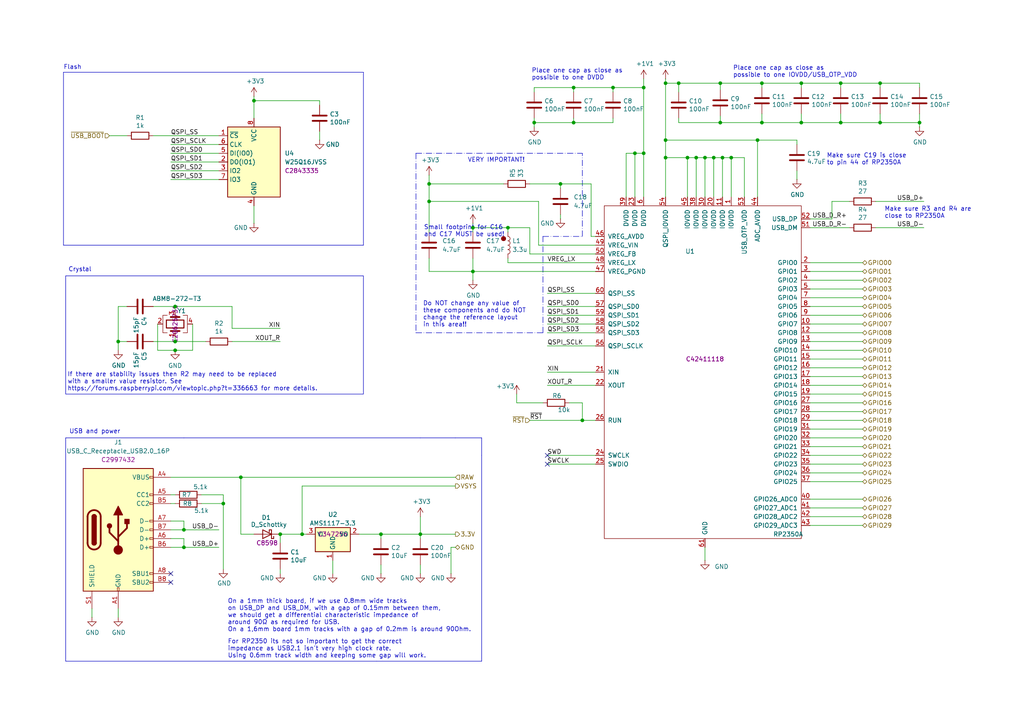
<source format=kicad_sch>
(kicad_sch (version 20250114) (generator "eeschema") (generator_version "9.0")
  (paper "A4")
  (title_block (title "RP2350A Template") (date "2025-10-10") (rev "REV0") (company "MobiFlight"))
  (lib_symbols
    (symbol "Device:C" (pin_numbers (hide yes)) (pin_names (offset 0.254))
      (property "Reference" "C" (at 0.635 2.54 0))
      (property "Value" "C" (at 0.635 -2.54 0))
      (symbol "C_0_1"
        (polyline (pts (xy -2.032 0.762) (xy 2.032 0.762)) (stroke (width 0.508)))
        (polyline (pts (xy -2.032 -0.762) (xy 2.032 -0.762)) (stroke (width 0.508)))
      )
      (symbol "C_1_1"
        (pin passive line (at 0 3.81 270) (length 2.794) (name "~") (number "1"))
        (pin passive line (at 0 -3.81 90) (length 2.794) (name "~") (number "2"))
      )
    )
    (symbol "Device:D_Schottky" (pin_numbers (hide yes)) (pin_names (offset 1.016) (hide yes))
      (property "Reference" "D" (at 0 2.54 0))
      (property "Value" "D_Schottky" (at 0 -2.54 0))
      (symbol "D_Schottky_0_1"
        (polyline (pts (xy -1.905 0.635) (xy -1.905 1.27) (xy -1.27 1.27) (xy -1.27 -1.27) (xy -0.635 -1.27) (xy -0.635 -0.635)) (stroke (width 0.254)))
        (polyline (pts (xy 1.27 1.27) (xy 1.27 -1.27) (xy -1.27 0) (xy 1.27 1.27)) (stroke (width 0.254)))
        (polyline (pts (xy 1.27 0) (xy -1.27 0)))
      )
      (symbol "D_Schottky_1_1"
        (pin passive line (at -3.81 0 0) (length 2.54) (name "K") (number "1"))
        (pin passive line (at 3.81 0 180) (length 2.54) (name "A") (number "2"))
      )
    )
    (symbol "Device:L" (pin_numbers (hide yes)) (pin_names (offset 1.016) (hide yes))
      (property "Reference" "L" (at -1.27 0 90))
      (property "Value" "L" (at 1.905 0 90))
      (symbol "L_0_1"
        (arc (start 0 2.54) (mid 0.6323 1.905) (end 0 1.27))
        (arc (start 0 1.27) (mid 0.6323 0.635) (end 0 0))
        (arc (start 0 0) (mid 0.6323 -0.635) (end 0 -1.27))
        (arc (start 0 -1.27) (mid 0.6323 -1.905) (end 0 -2.54))
      )
      (symbol "L_1_1"
        (pin passive line (at 0 3.81 270) (length 1.27) (name "1") (number "1"))
        (pin passive line (at 0 -3.81 90) (length 1.27) (name "2") (number "2"))
      )
    )
    (symbol "Device:R" (pin_numbers (hide yes)) (pin_names (offset 0))
      (property "Reference" "R" (at 2.032 0 90))
      (property "Value" "R" (at 0 0 90))
      (symbol "R_0_1"
        (rectangle (start -1.016 -2.54) (end 1.016 2.54) (stroke (width 0.254)))
      )
      (symbol "R_1_1"
        (pin passive line (at 0 3.81 270) (length 1.27) (name "~") (number "1"))
        (pin passive line (at 0 -3.81 90) (length 1.27) (name "~") (number "2"))
      )
    )
    (symbol "MobiFlight:AMS1117-3.3 SOT-89"
      (property "Reference" "U" (at -3.81 3.175 0))
      (property "Value" "AMS1117-3.3 SOT-89" (at 0 3.175 0))
      (property "LCSC" "C347256" (at 0 0 0))
      (symbol "AMS1117-3.3 SOT-89_0_1"
        (rectangle (start -5.08 -5.08) (end 5.08 1.905) (stroke (width 0.254)) (fill (type background)))
      )
      (symbol "AMS1117-3.3 SOT-89_1_1"
        (pin power_in line (at -7.62 0 0) (length 2.54) (name "VI") (number "3"))
        (pin power_in line (at 0 -7.62 90) (length 2.54) (name "GND") (number "1"))
        (pin power_out line (at 7.62 0 180) (length 2.54) (name "VO") (number "2"))
      )
    )
    (symbol "MobiFlight:Crystal_GND24" (pin_names (offset 1.016) (hide yes))
      (property "Reference" "Y" (at 3.175 5.08 0))
      (property "Value" "ABM8-272-T3" (at 3.175 3.175 0))
      (property "LCSC" "C20625731" (at 0 0 0))
      (symbol "Crystal_GND24_0_1"
        (polyline (pts (xy -2.54 2.286) (xy -2.54 3.556) (xy 2.54 3.556) (xy 2.54 2.286)))
        (polyline (pts (xy -2.54 0) (xy -2.032 0)))
        (polyline (pts (xy -2.54 -2.286) (xy -2.54 -3.556) (xy 2.54 -3.556) (xy 2.54 -2.286)))
        (polyline (pts (xy -2.032 -1.27) (xy -2.032 1.27)) (stroke (width 0.508)))
        (rectangle (start -1.143 2.54) (end 1.143 -2.54) (stroke (width 0.3048)))
        (polyline (pts (xy 0 3.556) (xy 0 3.81)))
        (polyline (pts (xy 0 -3.81) (xy 0 -3.556)))
        (polyline (pts (xy 2.032 0) (xy 2.54 0)))
        (polyline (pts (xy 2.032 -1.27) (xy 2.032 1.27)) (stroke (width 0.508)))
      )
      (symbol "Crystal_GND24_1_1"
        (pin passive line (at -3.81 0 0) (length 1.27) (name "1") (number "1"))
        (pin passive line (at 0 5.08 270) (length 1.27) (name "2") (number "2"))
        (pin passive line (at 0 -5.08 90) (length 1.27) (name "4") (number "4"))
        (pin passive line (at 3.81 0 180) (length 1.27) (name "3") (number "3"))
      )
    )
    (symbol "MobiFlight:RP2350A-QFN60" (pin_names (offset 1.016))
      (property "Reference" "U" (at 0 -1.27 0))
      (property "Value" "RP2350A-QFN60" (at 0 1.27 0))
      (property "LCSC" "C42411118" (at 0 0 0))
      (symbol "RP2350A-QFN60_0_1"
        (rectangle (start -29.21 44.45) (end 27.94 -52.07))
      )
      (symbol "RP2350A-QFN60_1_0"
        (pin passive line (at 0 -54.61 90) (length 2.54) (name "GND") (number "61"))
      )
      (symbol "RP2350A-QFN60_1_1"
        (pin power_in line (at -31.75 35.56 0) (length 2.54) (name "VREG_AVDD") (number "46"))
        (pin power_in line (at -31.75 33.02 0) (length 2.54) (name "VREG_VIN") (number "49"))
        (pin power_in line (at -31.75 30.48 0) (length 2.54) (name "VREG_FB") (number "50"))
        (pin power_out line (at -31.75 27.94 0) (length 2.54) (name "VREG_LX") (number "48"))
        (pin input line (at -31.75 25.4 0) (length 2.54) (name "VREG_PGND") (number "47"))
        (pin bidirectional line (at -31.75 19.05 0) (length 2.54) (name "QSPI_SS") (number "60"))
        (pin bidirectional line (at -31.75 15.24 0) (length 2.54) (name "QSPI_SD0") (number "57"))
        (pin bidirectional line (at -31.75 12.7 0) (length 2.54) (name "QSPI_SD1") (number "59"))
        (pin bidirectional line (at -31.75 10.16 0) (length 2.54) (name "QSPI_SD2") (number "58"))
        (pin bidirectional line (at -31.75 7.62 0) (length 2.54) (name "QSPI_SD3") (number "55"))
        (pin bidirectional line (at -31.75 3.81 0) (length 2.54) (name "QSPI_SCLK") (number "56"))
        (pin input line (at -31.75 -3.81 0) (length 2.54) (name "XIN") (number "21"))
        (pin output line (at -31.75 -7.62 0) (length 2.54) (name "XOUT") (number "22"))
        (pin input line (at -31.75 -17.78 0) (length 2.54) (name "RUN") (number "26"))
        (pin input line (at -31.75 -27.94 0) (length 2.54) (name "SWCLK") (number "24"))
        (pin bidirectional line (at -31.75 -30.48 0) (length 2.54) (name "SWDIO") (number "25"))
        (pin power_in line (at -22.86 46.99 270) (length 2.54) (name "DVDD") (number "39"))
        (pin power_in line (at -20.32 46.99 270) (length 2.54) (name "DVDD") (number "23"))
        (pin power_in line (at -17.78 46.99 270) (length 2.54) (name "DVDD") (number "6"))
        (pin power_in line (at -11.43 46.99 270) (length 2.54) (name "QSPI_IOVDD") (number "54"))
        (pin power_in line (at -5.08 46.99 270) (length 2.54) (name "IOVDD") (number "45"))
        (pin power_in line (at -2.54 46.99 270) (length 2.54) (name "IOVDD") (number "38"))
        (pin power_in line (at 0 46.99 270) (length 2.54) (name "IOVDD") (number "30"))
        (pin power_in line (at 2.54 46.99 270) (length 2.54) (name "IOVDD") (number "20"))
        (pin power_in line (at 5.08 46.99 270) (length 2.54) (name "IOVDD") (number "11"))
        (pin power_in line (at 7.62 46.99 270) (length 2.54) (name "IOVDD") (number "1"))
        (pin power_in line (at 11.43 46.99 270) (length 2.54) (name "USB_OTP_VDD") (number "53"))
        (pin power_in line (at 15.24 46.99 270) (length 2.54) (name "ADC_AVDD") (number "44"))
        (pin bidirectional line (at 30.48 40.64 180) (length 2.54) (name "USB_DP") (number "52"))
        (pin bidirectional line (at 30.48 38.1 180) (length 2.54) (name "USB_DM") (number "51"))
        (pin bidirectional line (at 30.48 27.94 180) (length 2.54) (name "GPIO0") (number "2"))
        (pin bidirectional line (at 30.48 25.4 180) (length 2.54) (name "GPIO1") (number "3"))
        (pin bidirectional line (at 30.48 22.86 180) (length 2.54) (name "GPIO2") (number "4"))
        (pin bidirectional line (at 30.48 20.32 180) (length 2.54) (name "GPIO3") (number "5"))
        (pin bidirectional line (at 30.48 17.78 180) (length 2.54) (name "GPIO4") (number "7"))
        (pin bidirectional line (at 30.48 15.24 180) (length 2.54) (name "GPIO5") (number "8"))
        (pin bidirectional line (at 30.48 12.7 180) (length 2.54) (name "GPIO6") (number "9"))
        (pin bidirectional line (at 30.48 10.16 180) (length 2.54) (name "GPIO7") (number "10"))
        (pin bidirectional line (at 30.48 7.62 180) (length 2.54) (name "GPIO8") (number "12"))
        (pin bidirectional line (at 30.48 5.08 180) (length 2.54) (name "GPIO9") (number "13"))
        (pin bidirectional line (at 30.48 2.54 180) (length 2.54) (name "GPIO10") (number "14"))
        (pin bidirectional line (at 30.48 0 180) (length 2.54) (name "GPIO11") (number "15"))
        (pin bidirectional line (at 30.48 -2.54 180) (length 2.54) (name "GPIO12") (number "16"))
        (pin bidirectional line (at 30.48 -5.08 180) (length 2.54) (name "GPIO13") (number "17"))
        (pin bidirectional line (at 30.48 -7.62 180) (length 2.54) (name "GPIO14") (number "18"))
        (pin bidirectional line (at 30.48 -10.16 180) (length 2.54) (name "GPIO15") (number "19"))
        (pin bidirectional line (at 30.48 -12.7 180) (length 2.54) (name "GPIO16") (number "27"))
        (pin bidirectional line (at 30.48 -15.24 180) (length 2.54) (name "GPIO17") (number "28"))
        (pin bidirectional line (at 30.48 -17.78 180) (length 2.54) (name "GPIO18") (number "29"))
        (pin bidirectional line (at 30.48 -20.32 180) (length 2.54) (name "GPIO19") (number "31"))
        (pin bidirectional line (at 30.48 -22.86 180) (length 2.54) (name "GPIO20") (number "32"))
        (pin bidirectional line (at 30.48 -25.4 180) (length 2.54) (name "GPIO21") (number "33"))
        (pin bidirectional line (at 30.48 -27.94 180) (length 2.54) (name "GPIO22") (number "34"))
        (pin bidirectional line (at 30.48 -30.48 180) (length 2.54) (name "GPIO23") (number "35"))
        (pin bidirectional line (at 30.48 -33.02 180) (length 2.54) (name "GPIO24") (number "36"))
        (pin bidirectional line (at 30.48 -35.56 180) (length 2.54) (name "GPIO25") (number "37"))
        (pin bidirectional line (at 30.48 -40.64 180) (length 2.54) (name "GPIO26_ADC0") (number "40"))
        (pin bidirectional line (at 30.48 -43.18 180) (length 2.54) (name "GPIO27_ADC1") (number "41"))
        (pin bidirectional line (at 30.48 -45.72 180) (length 2.54) (name "GPIO28_ADC2") (number "42"))
        (pin bidirectional line (at 30.48 -48.26 180) (length 2.54) (name "GPIO29_ADC3") (number "43"))
      )
    )
    (symbol "MobiFlight:USB_C_Receptacle_USB2.0_16P" (pin_names (offset 1.016))
      (property "Reference" "J" (at 0 22.225 0))
      (property "Value" "USB_C_Receptacle_USB2.0_16P" (at 0 19.685 0))
      (property "LCSC" "C2997432" (at 0 0 0))
      (symbol "USB_C_Receptacle_USB2.0_16P_0_0"
        (rectangle (start -0.254 -17.78) (end 0.254 -16.764))
        (rectangle (start 10.16 15.494) (end 9.144 14.986))
        (rectangle (start 10.16 10.414) (end 9.144 9.906))
        (rectangle (start 10.16 7.874) (end 9.144 7.366))
        (rectangle (start 10.16 2.794) (end 9.144 2.286))
        (rectangle (start 10.16 0.254) (end 9.144 -0.254))
        (rectangle (start 10.16 -2.286) (end 9.144 -2.794))
        (rectangle (start 10.16 -4.826) (end 9.144 -5.334))
        (rectangle (start 10.16 -12.446) (end 9.144 -12.954))
        (rectangle (start 10.16 -14.986) (end 9.144 -15.494))
      )
      (symbol "USB_C_Receptacle_USB2.0_16P_0_1"
        (rectangle (start -10.16 17.78) (end 10.16 -17.78) (stroke (width 0.254)) (fill (type background)))
        (polyline (pts (xy -8.89 -3.81) (xy -8.89 3.81)) (stroke (width 0.508)))
        (rectangle (start -7.62 -3.81) (end -6.35 3.81) (stroke (width 0.254)) (fill (type outline)))
        (arc (start -7.62 3.81) (mid -6.985 4.4423) (end -6.35 3.81) (stroke (width 0.254)))
        (arc (start -7.62 3.81) (mid -6.985 4.4423) (end -6.35 3.81) (stroke (width 0.254)) (fill (type outline)))
        (arc (start -8.89 3.81) (mid -6.985 5.7067) (end -5.08 3.81) (stroke (width 0.508)))
        (arc (start -5.08 -3.81) (mid -6.985 -5.7067) (end -8.89 -3.81) (stroke (width 0.508)))
        (arc (start -6.35 -3.81) (mid -6.985 -4.4423) (end -7.62 -3.81) (stroke (width 0.254)))
        (arc (start -6.35 -3.81) (mid -6.985 -4.4423) (end -7.62 -3.81) (stroke (width 0.254)) (fill (type outline)))
        (polyline (pts (xy -5.08 3.81) (xy -5.08 -3.81)) (stroke (width 0.508)))
        (circle (center -2.54 1.143) (radius 0.635) (stroke (width 0.254)) (fill (type outline)))
        (polyline (pts (xy -1.27 4.318) (xy 0 6.858) (xy 1.27 4.318) (xy -1.27 4.318)) (stroke (width 0.254)) (fill (type outline)))
        (polyline (pts (xy 0 -2.032) (xy 2.54 0.508) (xy 2.54 1.778)) (stroke (width 0.508)))
        (polyline (pts (xy 0 -3.302) (xy -2.54 -0.762) (xy -2.54 0.508)) (stroke (width 0.508)))
        (polyline (pts (xy 0 -5.842) (xy 0 4.318)) (stroke (width 0.508)))
        (circle (center 0 -5.842) (radius 1.27) (fill (type outline)))
        (rectangle (start 1.905 1.778) (end 3.175 3.048) (stroke (width 0.254)) (fill (type outline)))
      )
      (symbol "USB_C_Receptacle_USB2.0_16P_1_1"
        (pin passive line (at -7.62 -22.86 90) (length 5.08) (name "SHIELD") (number "S1"))
        (pin passive line (at 0 -22.86 90) (length 5.08) (name "GND") (number "A1"))
        (pin passive line (at 0 -22.86 90) (length 5.08) (hide yes) (name "GND") (number "A12"))
        (pin passive line (at 0 -22.86 90) (length 5.08) (hide yes) (name "GND") (number "B1"))
        (pin passive line (at 0 -22.86 90) (length 5.08) (hide yes) (name "GND") (number "B12"))
        (pin passive line (at 15.24 15.24 180) (length 5.08) (name "VBUS") (number "A4"))
        (pin passive line (at 15.24 15.24 180) (length 5.08) (hide yes) (name "VBUS") (number "A9"))
        (pin passive line (at 15.24 15.24 180) (length 5.08) (hide yes) (name "VBUS") (number "B4"))
        (pin passive line (at 15.24 15.24 180) (length 5.08) (hide yes) (name "VBUS") (number "B9"))
        (pin bidirectional line (at 15.24 10.16 180) (length 5.08) (name "CC1") (number "A5"))
        (pin bidirectional line (at 15.24 7.62 180) (length 5.08) (name "CC2") (number "B5"))
        (pin bidirectional line (at 15.24 2.54 180) (length 5.08) (name "D-") (number "A7"))
        (pin bidirectional line (at 15.24 0 180) (length 5.08) (name "D-") (number "B7"))
        (pin bidirectional line (at 15.24 -2.54 180) (length 5.08) (name "D+") (number "A6"))
        (pin bidirectional line (at 15.24 -5.08 180) (length 5.08) (name "D+") (number "B6"))
        (pin bidirectional line (at 15.24 -12.7 180) (length 5.08) (name "SBU1") (number "A8"))
        (pin bidirectional line (at 15.24 -15.24 180) (length 5.08) (name "SBU2") (number "B8"))
      )
    )
    (symbol "MobiFlight:W25Q16JVSS"
      (property "Reference" "U" (at -6.35 11.43 0))
      (property "Value" "W25Q16JVSS" (at 7.62 11.43 0))
      (property "LCSC" "C2843335" (at 0 0 0))
      (symbol "W25Q16JVSS_0_1"
        (rectangle (start -7.62 10.16) (end 7.62 -10.16) (stroke (width 0.254)) (fill (type background)))
      )
      (symbol "W25Q16JVSS_1_1"
        (pin input line (at -10.16 7.62 0) (length 2.54) (name "~{CS}") (number "1"))
        (pin input line (at -10.16 5.08 0) (length 2.54) (name "CLK") (number "6"))
        (pin bidirectional line (at -10.16 2.54 0) (length 2.54) (name "DI(IO0)") (number "5"))
        (pin bidirectional line (at -10.16 0 0) (length 2.54) (name "DO(IO1)") (number "2"))
        (pin bidirectional line (at -10.16 -2.54 0) (length 2.54) (name "IO2") (number "3"))
        (pin bidirectional line (at -10.16 -5.08 0) (length 2.54) (name "IO3") (number "7"))
        (pin power_in line (at 0 12.7 270) (length 2.54) (name "VCC") (number "8"))
        (pin power_in line (at 0 -12.7 90) (length 2.54) (name "GND") (number "4"))
      )
    )
    (symbol "power:+1V1" (power) (pin_numbers (hide yes)) (pin_names (offset 0) (hide yes))
      (property "Value" "+1V1" (at 0 3.556 0))
      (symbol "+1V1_0_1"
        (polyline (pts (xy -0.762 1.27) (xy 0 2.54)))
        (polyline (pts (xy 0 2.54) (xy 0.762 1.27)))
        (polyline (pts (xy 0 0) (xy 0 2.54)))
      )
      (symbol "+1V1_1_1"
        (pin power_in line (at 0 0 90) (length 0) (name "~") (number "1"))
      )
    )
    (symbol "power:+3V3" (power) (pin_numbers (hide yes)) (pin_names (offset 0) (hide yes))
      (property "Value" "+3V3" (at 0 3.556 0))
      (symbol "+3V3_0_1"
        (polyline (pts (xy -0.762 1.27) (xy 0 2.54)))
        (polyline (pts (xy 0 2.54) (xy 0.762 1.27)))
        (polyline (pts (xy 0 0) (xy 0 2.54)))
      )
      (symbol "+3V3_1_1"
        (pin power_in line (at 0 0 90) (length 0) (name "~") (number "1"))
      )
    )
    (symbol "power:GND" (power) (pin_numbers (hide yes)) (pin_names (offset 0) (hide yes))
      (property "Value" "GND" (at 0 -3.81 0))
      (symbol "GND_0_1"
        (polyline (pts (xy 0 0) (xy 0 -1.27) (xy 1.27 -1.27) (xy 0 -2.54) (xy -1.27 -1.27) (xy 0 -1.27)))
      )
      (symbol "GND_1_1"
        (pin power_in line (at 0 0 270) (length 0) (name "~") (number "1"))
      )
    )
  )
  (circle (center 146.05 69.215) (radius 0.635) (stroke (width 0) (color 132 0 0 1)) (fill (type color) (color 132 0 0 1)))
  (rectangle (start 19.05 80.01) (end 105.41 114.3))
  (text "USB and power" (at 20.066 125.984 0) (effects (font (size 1.27 1.27)) (justify left bottom)))
  (text "Small footprint for C16\nand C17 MUST be used!" (at 122.936 68.834 0) (effects (font (size 1.27 1.27)) (justify left bottom)))
  (text "If there are stability issues then R2 may need to be replaced\nwith a smaller value resistor. See \nhttps://forums.raspberrypi.com/viewtopic.php?t=336663 for more details." (at 19.558 113.538 0) (effects (font (size 1.27 1.27)) (justify left bottom)))
  (text "Make sure R3 and R4 are\nclose to RP2350A" (at 256.54 63.5 0) (effects (font (size 1.27 1.27)) (justify left bottom)))
  (text "Crystal" (at 19.812 78.994 0) (effects (font (size 1.27 1.27)) (justify left bottom)))
  (text "Make sure C19 is close\nto pin 44 of RP2350A" (at 239.776 48.006 0) (effects (font (size 1.27 1.27)) (justify left bottom)))
  (text "On a 1mm thick board, if we use 0.8mm wide tracks\non USB_DP and USB_DM, with a gap of 0.15mm between them,\nwe should get a differential characteristic impedance of\naround 90Ω as required for USB.\nOn a 1,6mm board 1mm tracks with a gap of 0.2mm is around 90Ohm." (at 66.04 178.562 0) (effects (font (size 1.27 1.27)) (justify left)))
  (text "Place one cap as close as\npossible to one IOVDD/USB_OTP_VDD" (at 212.598 22.606 0) (effects (font (size 1.27 1.27)) (justify left bottom)))
  (text "For RP2350 its not so important to get the correct\nimpedance as USB2.1 isn't very high clock rate.\nUsing 0.6mm track width and keeping some gap will work." (at 66.04 188.214 0) (effects (font (size 1.27 1.27)) (justify left)))
  (text "VERY IMPORTANT!" (at 135.636 47.244 0) (effects (font (size 1.27 1.27)) (justify left bottom)))
  (text "Flash" (at 18.415 20.32 0) (effects (font (size 1.27 1.27)) (justify left bottom)))
  (text "Place one cap as close as\npossible to one DVDD" (at 154.178 23.368 0) (effects (font (size 1.27 1.27)) (justify left bottom)))
  (text "Do NOT change any value of\nthese components and do NOT\nchange the reference layout\nin this area!!" (at 122.682 94.996 0) (effects (font (size 1.27 1.27)) (justify left bottom)))
  (junction (at 137.16 66.04))
  (junction (at 124.46 58.42))
  (junction (at 232.41 35.56))
  (junction (at 121.92 154.94))
  (junction (at 110.49 154.94))
  (junction (at 69.85 138.43))
  (junction (at 186.69 44.45))
  (junction (at 50.8 88.9))
  (junction (at 243.84 24.13))
  (junction (at 166.37 35.56))
  (junction (at 53.34 153.67))
  (junction (at 255.27 35.56))
  (junction (at 50.8 99.06))
  (junction (at 266.7 35.56))
  (junction (at 177.8 25.4))
  (junction (at 154.94 35.56))
  (junction (at 162.56 53.34))
  (junction (at 186.69 25.4))
  (junction (at 81.28 154.94))
  (junction (at 64.77 146.05))
  (junction (at 243.84 35.56))
  (junction (at 255.27 24.13))
  (junction (at 87.63 154.94))
  (junction (at 193.04 24.13))
  (junction (at 50.8 101.6))
  (junction (at 137.16 78.74))
  (junction (at 208.915 24.13))
  (junction (at 220.98 24.13))
  (junction (at 232.41 24.13))
  (junction (at 168.91 121.92))
  (junction (at 220.98 35.56))
  (junction (at 219.71 40.64))
  (junction (at 193.04 45.72))
  (junction (at 184.15 44.45))
  (junction (at 196.85 24.13))
  (junction (at 212.09 45.72))
  (junction (at 209.55 45.72))
  (junction (at 73.66 29.21))
  (junction (at 207.01 45.72))
  (junction (at 124.46 53.34))
  (junction (at 53.34 158.75))
  (junction (at 34.29 99.06))
  (junction (at 147.32 66.04))
  (junction (at 193.04 40.64))
  (junction (at 166.37 25.4))
  (junction (at 201.93 45.72))
  (junction (at 199.39 45.72))
  (junction (at 204.47 45.72))
  (junction (at 208.915 35.56))
  (no_connect (at 49.53 168.91))
  (no_connect (at 158.75 134.62))
  (no_connect (at 158.75 132.08))
  (no_connect (at 49.53 166.37))
  (wire (pts (xy 166.37 26.67) (xy 166.37 25.4)))
  (wire (pts (xy 234.95 109.22) (xy 250.19 109.22)))
  (wire (pts (xy 158.75 132.08) (xy 172.72 132.08)))
  (wire (pts (xy 241.3 58.42) (xy 246.38 58.42)))
  (wire (pts (xy 49.53 52.07) (xy 63.5 52.07)))
  (wire (pts (xy 124.46 53.34) (xy 124.46 58.42)))
  (wire (pts (xy 154.94 35.56) (xy 154.94 36.83)))
  (wire (pts (xy 266.7 35.56) (xy 266.7 36.83)))
  (wire (pts (xy 67.31 95.25) (xy 67.31 88.9)))
  (wire (pts (xy 204.47 45.72) (xy 207.01 45.72)))
  (wire (pts (xy 166.37 35.56) (xy 166.37 34.29)))
  (wire (pts (xy 254 66.04) (xy 267.97 66.04)))
  (wire (pts (xy 234.95 121.92) (xy 250.19 121.92)))
  (wire (pts (xy 255.27 24.13) (xy 266.7 24.13)))
  (wire (pts (xy 69.85 154.94) (xy 73.66 154.94)))
  (wire (pts (xy 171.45 53.34) (xy 171.45 68.58)))
  (wire (pts (xy 154.94 34.29) (xy 154.94 35.56)))
  (wire (pts (xy 232.41 24.13) (xy 243.84 24.13)))
  (wire (pts (xy 186.69 57.15) (xy 186.69 44.45)))
  (wire (pts (xy 81.28 166.37) (xy 81.28 165.1)))
  (wire (pts (xy 110.49 156.21) (xy 110.49 154.94)))
  (polyline (pts (xy 121.92 127) (xy 132.08 127)))
  (wire (pts (xy 201.93 45.72) (xy 201.93 57.15)))
  (wire (pts (xy 212.09 45.72) (xy 212.09 57.15)))
  (wire (pts (xy 266.7 33.02) (xy 266.7 35.56)))
  (wire (pts (xy 196.85 24.13) (xy 208.915 24.13)))
  (wire (pts (xy 204.47 45.72) (xy 204.47 57.15)))
  (wire (pts (xy 208.915 33.655) (xy 208.915 35.56)))
  (wire (pts (xy 171.45 68.58) (xy 172.72 68.58)))
  (wire (pts (xy 69.85 138.43) (xy 69.85 154.94)))
  (wire (pts (xy 124.46 50.8) (xy 124.46 53.34)))
  (polyline (pts (xy 53.34 127) (xy 121.92 127)))
  (wire (pts (xy 147.32 66.04) (xy 147.32 67.31)))
  (wire (pts (xy 53.34 153.67) (xy 63.5 153.67)))
  (wire (pts (xy 110.49 163.83) (xy 110.49 166.37)))
  (wire (pts (xy 73.66 27.94) (xy 73.66 29.21)))
  (wire (pts (xy 196.85 34.29) (xy 196.85 35.56)))
  (wire (pts (xy 147.32 76.2) (xy 147.32 74.93)))
  (wire (pts (xy 121.92 154.94) (xy 121.92 156.21)))
  (wire (pts (xy 137.16 64.77) (xy 137.16 66.04)))
  (wire (pts (xy 55.88 101.6) (xy 50.8 101.6)))
  (wire (pts (xy 234.95 149.86) (xy 250.19 149.86)))
  (wire (pts (xy 193.04 40.64) (xy 219.71 40.64)))
  (wire (pts (xy 137.16 67.31) (xy 137.16 66.04)))
  (wire (pts (xy 184.15 44.45) (xy 186.69 44.45)))
  (wire (pts (xy 50.8 99.06) (xy 59.69 99.06)))
  (wire (pts (xy 243.84 33.02) (xy 243.84 35.56)))
  (wire (pts (xy 193.04 45.72) (xy 199.39 45.72)))
  (wire (pts (xy 181.61 44.45) (xy 184.15 44.45)))
  (wire (pts (xy 220.98 33.02) (xy 220.98 35.56)))
  (wire (pts (xy 243.84 24.13) (xy 255.27 24.13)))
  (wire (pts (xy 156.21 58.42) (xy 156.21 71.12)))
  (wire (pts (xy 232.41 25.4) (xy 232.41 24.13)))
  (wire (pts (xy 137.16 66.04) (xy 147.32 66.04)))
  (wire (pts (xy 50.8 90.17) (xy 50.8 88.9)))
  (wire (pts (xy 154.94 26.67) (xy 154.94 25.4)))
  (wire (pts (xy 193.04 40.64) (xy 193.04 45.72)))
  (polyline (pts (xy 168.91 68.58) (xy 168.91 44.45)) (stroke (width 0) (type dash_dot)))
  (wire (pts (xy 36.83 99.06) (xy 34.29 99.06)))
  (wire (pts (xy 137.16 74.93) (xy 137.16 78.74)))
  (wire (pts (xy 234.95 91.44) (xy 250.19 91.44)))
  (wire (pts (xy 193.04 57.15) (xy 193.04 45.72)))
  (wire (pts (xy 234.95 104.14) (xy 250.19 104.14)))
  (wire (pts (xy 153.67 73.66) (xy 153.67 66.04)))
  (wire (pts (xy 149.86 116.84) (xy 149.86 114.3)))
  (wire (pts (xy 87.63 140.97) (xy 87.63 154.94)))
  (wire (pts (xy 124.46 58.42) (xy 156.21 58.42)))
  (wire (pts (xy 158.75 93.98) (xy 172.72 93.98)))
  (wire (pts (xy 158.75 111.76) (xy 172.72 111.76)))
  (wire (pts (xy 208.915 26.035) (xy 208.915 24.13)))
  (wire (pts (xy 104.14 154.94) (xy 110.49 154.94)))
  (wire (pts (xy 234.95 124.46) (xy 250.19 124.46)))
  (polyline (pts (xy 139.7 191.77) (xy 139.7 132.08)))
  (wire (pts (xy 34.29 176.53) (xy 34.29 179.07)))
  (polyline (pts (xy 120.65 44.45) (xy 168.91 44.45)) (stroke (width 0) (type dash_dot)))
  (wire (pts (xy 209.55 45.72) (xy 209.55 57.15)))
  (wire (pts (xy 234.95 86.36) (xy 250.19 86.36)))
  (wire (pts (xy 49.53 41.91) (xy 63.5 41.91)))
  (wire (pts (xy 45.72 101.6) (xy 50.8 101.6)))
  (wire (pts (xy 219.71 40.64) (xy 219.71 57.15)))
  (wire (pts (xy 172.72 91.44) (xy 158.75 91.44)))
  (wire (pts (xy 255.27 35.56) (xy 266.7 35.56)))
  (wire (pts (xy 204.47 158.75) (xy 204.47 162.56)))
  (wire (pts (xy 153.67 121.92) (xy 168.91 121.92)))
  (polyline (pts (xy 80.01 20.955) (xy 18.415 20.955)))
  (wire (pts (xy 212.09 45.72) (xy 209.55 45.72)))
  (wire (pts (xy 158.75 134.62) (xy 172.72 134.62)))
  (wire (pts (xy 208.915 35.56) (xy 220.98 35.56)))
  (wire (pts (xy 266.7 25.4) (xy 266.7 24.13)))
  (wire (pts (xy 154.94 25.4) (xy 166.37 25.4)))
  (wire (pts (xy 234.95 129.54) (xy 250.19 129.54)))
  (wire (pts (xy 234.95 106.68) (xy 250.19 106.68)))
  (wire (pts (xy 231.14 40.64) (xy 219.71 40.64)))
  (wire (pts (xy 50.8 88.9) (xy 67.31 88.9)))
  (wire (pts (xy 31.75 39.37) (xy 36.83 39.37)))
  (wire (pts (xy 234.95 147.32) (xy 250.19 147.32)))
  (wire (pts (xy 110.49 154.94) (xy 121.92 154.94)))
  (wire (pts (xy 166.37 25.4) (xy 177.8 25.4)))
  (wire (pts (xy 45.72 93.98) (xy 45.72 101.6)))
  (wire (pts (xy 49.53 143.51) (xy 50.8 143.51)))
  (wire (pts (xy 124.46 58.42) (xy 124.46 67.31)))
  (wire (pts (xy 92.71 29.21) (xy 73.66 29.21)))
  (wire (pts (xy 81.28 154.94) (xy 81.28 157.48)))
  (wire (pts (xy 186.69 25.4) (xy 186.69 44.45)))
  (wire (pts (xy 73.66 29.21) (xy 73.66 34.29)))
  (wire (pts (xy 234.95 78.74) (xy 250.19 78.74)))
  (wire (pts (xy 158.75 96.52) (xy 172.72 96.52)))
  (wire (pts (xy 255.27 25.4) (xy 255.27 24.13)))
  (wire (pts (xy 234.95 114.3) (xy 250.19 114.3)))
  (wire (pts (xy 137.16 78.74) (xy 172.72 78.74)))
  (wire (pts (xy 196.85 35.56) (xy 208.915 35.56)))
  (wire (pts (xy 220.98 25.4) (xy 220.98 24.13)))
  (wire (pts (xy 49.53 156.21) (xy 53.34 156.21)))
  (wire (pts (xy 158.75 88.9) (xy 172.72 88.9)))
  (wire (pts (xy 58.42 143.51) (xy 64.77 143.51)))
  (wire (pts (xy 137.16 78.74) (xy 137.16 81.28)))
  (wire (pts (xy 58.42 146.05) (xy 64.77 146.05)))
  (wire (pts (xy 177.8 35.56) (xy 177.8 34.29)))
  (polyline (pts (xy 19.05 191.77) (xy 109.22 191.77)))
  (wire (pts (xy 168.91 121.92) (xy 172.72 121.92)))
  (wire (pts (xy 234.95 116.84) (xy 250.19 116.84)))
  (wire (pts (xy 81.28 154.94) (xy 87.63 154.94)))
  (wire (pts (xy 73.66 59.69) (xy 73.66 64.77)))
  (wire (pts (xy 193.04 24.13) (xy 193.04 40.64)))
  (wire (pts (xy 121.92 154.94) (xy 132.08 154.94)))
  (polyline (pts (xy 132.08 127) (xy 139.7 127)))
  (wire (pts (xy 44.45 88.9) (xy 50.8 88.9)))
  (wire (pts (xy 53.34 158.75) (xy 63.5 158.75)))
  (wire (pts (xy 215.9 45.72) (xy 215.9 57.15)))
  (wire (pts (xy 220.98 24.13) (xy 232.41 24.13)))
  (wire (pts (xy 234.95 119.38) (xy 250.19 119.38)))
  (wire (pts (xy 49.53 151.13) (xy 53.34 151.13)))
  (wire (pts (xy 49.53 138.43) (xy 69.85 138.43)))
  (wire (pts (xy 234.95 152.4) (xy 250.19 152.4)))
  (wire (pts (xy 121.92 163.83) (xy 121.92 166.37)))
  (polyline (pts (xy 157.48 68.58) (xy 168.91 68.58)) (stroke (width 0) (type dash_dot)))
  (polyline (pts (xy 157.48 96.52) (xy 157.48 68.58)) (stroke (width 0) (type dash_dot)))
  (wire (pts (xy 177.8 25.4) (xy 177.8 26.67)))
  (wire (pts (xy 50.8 97.79) (xy 50.8 99.06)))
  (wire (pts (xy 232.41 35.56) (xy 220.98 35.56)))
  (wire (pts (xy 241.3 58.42) (xy 241.3 63.5)))
  (polyline (pts (xy 53.34 127) (xy 19.05 127)))
  (wire (pts (xy 208.915 24.13) (xy 220.98 24.13)))
  (wire (pts (xy 87.63 154.94) (xy 88.9 154.94)))
  (wire (pts (xy 124.46 53.34) (xy 146.05 53.34)))
  (wire (pts (xy 69.85 138.43) (xy 132.08 138.43)))
  (wire (pts (xy 166.37 35.56) (xy 177.8 35.56)))
  (polyline (pts (xy 109.22 191.77) (xy 139.7 191.77)))
  (wire (pts (xy 130.81 158.75) (xy 130.81 166.37)))
  (wire (pts (xy 234.95 99.06) (xy 250.19 99.06)))
  (wire (pts (xy 147.32 76.2) (xy 172.72 76.2)))
  (wire (pts (xy 92.71 38.1) (xy 92.71 40.64)))
  (wire (pts (xy 199.39 45.72) (xy 199.39 57.15)))
  (wire (pts (xy 193.04 24.13) (xy 196.85 24.13)))
  (wire (pts (xy 232.41 33.02) (xy 232.41 35.56)))
  (wire (pts (xy 234.95 134.62) (xy 250.19 134.62)))
  (wire (pts (xy 64.77 146.05) (xy 64.77 165.1)))
  (polyline (pts (xy 120.65 44.45) (xy 120.65 96.52)) (stroke (width 0) (type dash_dot)))
  (wire (pts (xy 34.29 88.9) (xy 34.29 99.06)))
  (wire (pts (xy 96.52 162.56) (xy 96.52 166.37)))
  (wire (pts (xy 234.95 137.16) (xy 250.19 137.16)))
  (wire (pts (xy 177.8 25.4) (xy 186.69 25.4)))
  (wire (pts (xy 165.1 116.84) (xy 168.91 116.84)))
  (wire (pts (xy 234.95 76.2) (xy 250.19 76.2)))
  (wire (pts (xy 162.56 63.5) (xy 162.56 62.23)))
  (wire (pts (xy 234.95 83.82) (xy 250.19 83.82)))
  (polyline (pts (xy 139.7 127) (xy 139.7 132.08)))
  (wire (pts (xy 162.56 53.34) (xy 171.45 53.34)))
  (polyline (pts (xy 105.41 71.12) (xy 105.41 20.955)))
  (wire (pts (xy 212.09 45.72) (xy 215.9 45.72)))
  (wire (pts (xy 124.46 74.93) (xy 124.46 78.74)))
  (wire (pts (xy 199.39 45.72) (xy 201.93 45.72)))
  (wire (pts (xy 49.53 158.75) (xy 53.34 158.75)))
  (wire (pts (xy 36.83 88.9) (xy 34.29 88.9)))
  (wire (pts (xy 209.55 45.72) (xy 207.01 45.72)))
  (wire (pts (xy 196.85 24.13) (xy 196.85 26.67)))
  (wire (pts (xy 153.67 53.34) (xy 162.56 53.34)))
  (wire (pts (xy 130.81 158.75) (xy 132.08 158.75)))
  (wire (pts (xy 87.63 140.97) (xy 132.08 140.97)))
  (wire (pts (xy 49.53 44.45) (xy 63.5 44.45)))
  (wire (pts (xy 201.93 45.72) (xy 204.47 45.72)))
  (wire (pts (xy 154.94 35.56) (xy 166.37 35.56)))
  (wire (pts (xy 168.91 116.84) (xy 168.91 121.92)))
  (wire (pts (xy 153.67 73.66) (xy 172.72 73.66)))
  (wire (pts (xy 44.45 39.37) (xy 63.5 39.37)))
  (wire (pts (xy 55.88 93.98) (xy 55.88 101.6)))
  (wire (pts (xy 234.95 63.5) (xy 241.3 63.5)))
  (wire (pts (xy 124.46 78.74) (xy 137.16 78.74)))
  (wire (pts (xy 234.95 96.52) (xy 250.19 96.52)))
  (polyline (pts (xy 73.66 20.955) (xy 105.41 20.955)))
  (wire (pts (xy 64.77 143.51) (xy 64.77 146.05)))
  (wire (pts (xy 53.34 156.21) (xy 53.34 158.75)))
  (polyline (pts (xy 18.415 20.955) (xy 18.415 71.12)))
  (wire (pts (xy 172.72 100.33) (xy 158.75 100.33)))
  (wire (pts (xy 234.95 66.04) (xy 246.38 66.04)))
  (wire (pts (xy 49.53 46.99) (xy 63.5 46.99)))
  (wire (pts (xy 234.95 88.9) (xy 250.19 88.9)))
  (wire (pts (xy 234.95 81.28) (xy 250.19 81.28)))
  (wire (pts (xy 255.27 35.56) (xy 243.84 35.56)))
  (polyline (pts (xy 18.415 71.12) (xy 105.41 71.12)))
  (wire (pts (xy 92.71 30.48) (xy 92.71 29.21)))
  (wire (pts (xy 157.48 116.84) (xy 149.86 116.84)))
  (wire (pts (xy 49.53 146.05) (xy 50.8 146.05)))
  (wire (pts (xy 67.31 99.06) (xy 81.28 99.06)))
  (polyline (pts (xy 19.05 127) (xy 19.05 191.77)))
  (wire (pts (xy 34.29 99.06) (xy 34.29 101.6)))
  (wire (pts (xy 184.15 44.45) (xy 184.15 57.15)))
  (wire (pts (xy 26.67 176.53) (xy 26.67 179.07)))
  (wire (pts (xy 158.75 107.95) (xy 172.72 107.95)))
  (wire (pts (xy 234.95 144.78) (xy 250.19 144.78)))
  (wire (pts (xy 207.01 45.72) (xy 207.01 57.15)))
  (wire (pts (xy 121.92 149.86) (xy 121.92 154.94)))
  (wire (pts (xy 234.95 132.08) (xy 250.19 132.08)))
  (wire (pts (xy 53.34 153.67) (xy 49.53 153.67)))
  (wire (pts (xy 234.95 111.76) (xy 250.19 111.76)))
  (wire (pts (xy 231.14 49.53) (xy 231.14 52.07)))
  (wire (pts (xy 186.69 22.86) (xy 186.69 25.4)))
  (wire (pts (xy 162.56 53.34) (xy 162.56 54.61)))
  (wire (pts (xy 254 58.42) (xy 267.97 58.42)))
  (wire (pts (xy 172.72 85.09) (xy 158.75 85.09)))
  (wire (pts (xy 44.45 99.06) (xy 50.8 99.06)))
  (wire (pts (xy 234.95 101.6) (xy 250.19 101.6)))
  (wire (pts (xy 234.95 139.7) (xy 250.19 139.7)))
  (wire (pts (xy 53.34 151.13) (xy 53.34 153.67)))
  (wire (pts (xy 255.27 33.02) (xy 255.27 35.56)))
  (wire (pts (xy 234.95 127) (xy 250.19 127)))
  (wire (pts (xy 156.21 71.12) (xy 172.72 71.12)))
  (wire (pts (xy 181.61 44.45) (xy 181.61 57.15)))
  (wire (pts (xy 243.84 35.56) (xy 232.41 35.56)))
  (wire (pts (xy 49.53 49.53) (xy 63.5 49.53)))
  (wire (pts (xy 193.04 22.86) (xy 193.04 24.13)))
  (wire (pts (xy 234.95 93.98) (xy 250.19 93.98)))
  (wire (pts (xy 243.84 25.4) (xy 243.84 24.13)))
  (polyline (pts (xy 120.65 96.52) (xy 157.48 96.52)) (stroke (width 0) (type dash_dot)))
  (wire (pts (xy 67.31 95.25) (xy 81.28 95.25)))
  (wire (pts (xy 153.67 66.04) (xy 147.32 66.04)))
  (wire (pts (xy 231.14 41.91) (xy 231.14 40.64)))
  (label "XOUT_R" (at 158.75 111.76 0))
  (label "QSPI_SD1" (at 158.75 91.44 0))
  (label "USB_D+" (at 63.5 158.75 180))
  (label "VREG_LX" (at 158.75 76.2 0))
  (label "XIN" (at 81.28 95.25 180))
  (label "USB_D-" (at 267.97 66.04 180))
  (label "QSPI_SCLK" (at 158.75 100.33 0))
  (label "QSPI_SD0" (at 49.53 44.45 0))
  (label "XOUT_R" (at 81.28 99.06 180))
  (label "XIN" (at 158.75 107.95 0))
  (label "QSPI_SD2" (at 49.53 49.53 0))
  (label "SWD" (at 158.75 132.08 0))
  (label "QSPI_SD0" (at 158.75 88.9 0))
  (label "QSPI_SD3" (at 49.53 52.07 0))
  (label "QSPI_SD3" (at 158.75 96.52 0))
  (label "QSPI_SD1" (at 49.53 46.99 0))
  (label "USB_D-" (at 63.5 153.67 180))
  (label "USB_D_R-" (at 235.585 66.04 0))
  (label "QSPI_SS" (at 158.75 85.09 0))
  (label "QSPI_SCLK" (at 49.53 41.91 0))
  (label "SWCLK" (at 158.75 134.62 0))
  (label "QSPI_SS" (at 49.53 39.37 0))
  (label "QSPI_SD2" (at 158.75 93.98 0))
  (label "USB_D_R+" (at 235.585 63.5 0))
  (label "~{RST}" (at 153.67 121.92 0))
  (label "USB_D+" (at 267.97 58.42 180))
  (hierarchical_label "GPIO26" (shape bidirectional) (at 250.19 144.78 0))
  (hierarchical_label "GPIO00" (shape bidirectional) (at 250.19 76.2 0))
  (hierarchical_label "GPIO25" (shape bidirectional) (at 250.19 139.7 0))
  (hierarchical_label "RAW" (shape input) (at 132.08 138.43 0))
  (hierarchical_label "GPIO09" (shape bidirectional) (at 250.19 99.06 0))
  (hierarchical_label "GPIO01" (shape bidirectional) (at 250.19 78.74 0))
  (hierarchical_label "GND" (shape bidirectional) (at 132.08 158.75 0))
  (hierarchical_label "GPIO02" (shape bidirectional) (at 250.19 81.28 0))
  (hierarchical_label "VSYS" (shape output) (at 132.08 140.97 0))
  (hierarchical_label "GPIO17" (shape bidirectional) (at 250.19 119.38 0))
  (hierarchical_label "~{RST}" (shape input) (at 153.67 121.92 180))
  (hierarchical_label "GPIO24" (shape bidirectional) (at 250.19 137.16 0))
  (hierarchical_label "GPIO27" (shape bidirectional) (at 250.19 147.32 0))
  (hierarchical_label "GPIO29" (shape bidirectional) (at 250.19 152.4 0))
  (hierarchical_label "GPIO06" (shape bidirectional) (at 250.19 91.44 0))
  (hierarchical_label "GPIO23" (shape bidirectional) (at 250.19 134.62 0))
  (hierarchical_label "GPIO04" (shape bidirectional) (at 250.19 86.36 0))
  (hierarchical_label "GPIO11" (shape bidirectional) (at 250.19 104.14 0))
  (hierarchical_label "GPIO13" (shape bidirectional) (at 250.19 109.22 0))
  (hierarchical_label "GPIO21" (shape bidirectional) (at 250.19 129.54 0))
  (hierarchical_label "GPIO08" (shape bidirectional) (at 250.19 96.52 0))
  (hierarchical_label "GPIO28" (shape bidirectional) (at 250.19 149.86 0))
  (hierarchical_label "GPIO22" (shape bidirectional) (at 250.19 132.08 0))
  (hierarchical_label "GPIO10" (shape bidirectional) (at 250.19 101.6 0))
  (hierarchical_label "GPIO19" (shape bidirectional) (at 250.19 124.46 0))
  (hierarchical_label "GPIO20" (shape bidirectional) (at 250.19 127 0))
  (hierarchical_label "GPIO07" (shape bidirectional) (at 250.19 93.98 0))
  (hierarchical_label "~{USB_BOOT}" (shape input) (at 31.75 39.37 180))
  (hierarchical_label "GPIO16" (shape bidirectional) (at 250.19 116.84 0))
  (hierarchical_label "GPIO05" (shape bidirectional) (at 250.19 88.9 0))
  (hierarchical_label "GPIO03" (shape bidirectional) (at 250.19 83.82 0))
  (hierarchical_label "GPIO15" (shape bidirectional) (at 250.19 114.3 0))
  (hierarchical_label "GPIO12" (shape bidirectional) (at 250.19 106.68 0))
  (hierarchical_label "GPIO18" (shape bidirectional) (at 250.19 121.92 0))
  (hierarchical_label "3.3V" (shape output) (at 132.08 154.94 0))
  (hierarchical_label "GPIO14" (shape bidirectional) (at 250.19 111.76 0))
  (symbol (lib_id "power:GND") (at 96.52 166.37 0) (unit 1)
    (property "Reference" "#PWR0110" (effects (hide yes)))
    (property "Value" "GND" (at 92.71 167.64 0))
    (property "Description" "Power symbol creates a global label with name \"GND\" , ground" (effects (hide yes)))
  )
  (symbol (lib_id "power:+1V1") (at 186.69 22.86 0) (unit 1)
    (property "Reference" "#PWR037" (effects (hide yes)))
    (property "Value" "+1V1" (at 187.071 18.4658 0))
    (property "Description" "Power symbol creates a global label with name \"+1V1\"" (effects (hide yes)))
  )
  (symbol (lib_id "Device:C") (at 81.28 161.29 0) (unit 1)
    (property "Reference" "C1" (at 84.201 160.1216 0) (effects (justify left)))
    (property "Value" "10uF" (at 84.201 162.433 0) (effects (justify left)))
    (property "Footprint" "Capacitor_SMD:C_0402_1005Metric" (effects (hide yes)))
    (property "LCSC" "C15525" (effects (hide yes)))
  )
  (symbol (lib_id "Device:C") (at 137.16 71.12 0) (unit 1)
    (property "Reference" "C17" (at 140.97 69.85 0) (effects (justify left)))
    (property "Value" "4.7uF" (at 140.97 72.39 0) (effects (justify left)))
    (property "Footprint" "MobiFlight:C_0402_1005Metric_small_pads" (effects (hide yes)))
    (property "LCSC" "C23733" (effects (hide yes)))
  )
  (symbol (lib_id "power:GND") (at 204.47 162.56 0) (unit 1)
    (property "Reference" "#PWR039" (effects (hide yes)))
    (property "Value" "GND" (at 209.296 164.338 0))
    (property "Description" "Power symbol creates a global label with name \"GND\" , ground" (effects (hide yes)))
  )
  (symbol (lib_id "Device:R") (at 54.61 146.05 270) (unit 1)
    (property "Reference" "R8" (at 54.356 146.05 90))
    (property "Value" "5.1k" (at 58.42 148.082 90))
    (property "Footprint" "Resistor_SMD:R_0402_1005Metric" (effects (hide yes)))
    (property "LCSC" "C25905" (effects (hide yes)))
  )
  (symbol (lib_id "Device:C") (at 196.85 30.48 0) (unit 1)
    (property "Reference" "C10" (at 199.771 29.3116 0) (effects (justify left)))
    (property "Value" "100nF" (at 199.771 31.623 0) (effects (justify left)))
    (property "Footprint" "Capacitor_SMD:C_0402_1005Metric" (effects (hide yes)))
    (property "LCSC" "C1525" (effects (hide yes)))
  )
  (symbol (lib_id "Device:C") (at 121.92 160.02 0) (unit 1)
    (property "Reference" "C20" (at 124.841 158.8516 0) (effects (justify left)))
    (property "Value" "100nF" (at 124.841 161.163 0) (effects (justify left)))
    (property "Footprint" "Capacitor_SMD:C_0402_1005Metric" (effects (hide yes)))
    (property "LCSC" "C1525" (effects (hide yes)))
  )
  (symbol (lib_id "MobiFlight:Crystal_GND24") (at 50.8 93.98 90) (unit 1)
    (property "Reference" "Y1" (at 52.705 90.17 90))
    (property "Value" "ABM8-272-T3" (at 51.308 86.614 90))
    (property "Footprint" "Crystal:Crystal_SMD_3225-4Pin_3.2x2.5mm" (effects (hide yes)))
    (property "Description" "Four pin crystal, GND on pins 2 and 4" (effects (hide yes)))
    (property "LCSC" "C20625731" (at 50.8 93.98 0))
  )
  (symbol (lib_id "MobiFlight:RP2350A-QFN60") (at 204.47 104.14 0) (unit 1)
    (property "Reference" "U1" (at 200.152 72.898 0))
    (property "Value" "RP2350A" (at 228.6 154.94 0))
    (property "Footprint" "MobiFlight:RP2350A_QFN-60_EP_7.75x7.75_Pitch0.4mm" (effects (hide yes)))
    (property "Datasheet" "https://datasheets.raspberrypi.com/rp2040/rp2040-datasheet.pdf" (effects (hide yes)))
    (property "LCSC" "C42411118" (at 204.47 104.14 0))
  )
  (symbol (lib_id "power:+1V1") (at 137.16 64.77 0) (unit 1)
    (property "Reference" "#PWR014" (effects (hide yes)))
    (property "Value" "+1V1" (at 137.541 60.3758 0))
    (property "Description" "Power symbol creates a global label with name \"+1V1\"" (effects (hide yes)))
  )
  (symbol (lib_id "power:+3V3") (at 149.86 114.3 0) (unit 1)
    (property "Reference" "#PWR02" (effects (hide yes)))
    (property "Value" "+3V3" (at 146.558 112.014 0))
    (property "Description" "Power symbol creates a global label with name \"+3V3\"" (effects (hide yes)))
  )
  (symbol (lib_id "Device:R") (at 40.64 39.37 270) (unit 1)
    (property "Reference" "R1" (at 40.64 34.1122 90))
    (property "Value" "1k" (at 40.64 36.4236 90))
    (property "Footprint" "Resistor_SMD:R_0402_1005Metric" (effects (hide yes)))
    (property "LCSC" "C11702" (effects (hide yes)))
  )
  (symbol (lib_id "Device:C") (at 231.14 45.72 0) (unit 1)
    (property "Reference" "C19" (at 234.061 44.5516 0) (effects (justify left)))
    (property "Value" "4.7uF" (at 234.061 46.863 0) (effects (justify left)))
    (property "Footprint" "Capacitor_SMD:C_0402_1005Metric" (effects (hide yes)))
    (property "LCSC" "C23733" (effects (hide yes)))
  )
  (symbol (lib_id "power:GND") (at 34.29 179.07 0) (unit 1)
    (property "Reference" "#PWR015" (effects (hide yes)))
    (property "Value" "GND" (at 34.417 183.4642 0))
    (property "Description" "Power symbol creates a global label with name \"GND\" , ground" (effects (hide yes)))
  )
  (symbol (lib_id "power:GND") (at 50.8 101.6 0) (unit 1)
    (property "Reference" "#PWR05" (effects (hide yes)))
    (property "Value" "GND" (at 50.8 106.045 0))
    (property "Description" "Power symbol creates a global label with name \"GND\" , ground" (effects (hide yes)))
  )
  (symbol (lib_id "Device:C") (at 220.98 29.21 0) (unit 1)
    (property "Reference" "C11" (at 223.901 28.0416 0) (effects (justify left)))
    (property "Value" "100nF" (at 223.901 30.353 0) (effects (justify left)))
    (property "Footprint" "Capacitor_SMD:C_0402_1005Metric" (effects (hide yes)))
    (property "LCSC" "C1525" (effects (hide yes)))
  )
  (symbol (lib_id "Device:C") (at 208.915 29.845 0) (unit 1)
    (property "Reference" "C9" (at 211.836 28.6766 0) (effects (justify left)))
    (property "Value" "100nF" (at 211.836 30.988 0) (effects (justify left)))
    (property "Footprint" "Capacitor_SMD:C_0402_1005Metric" (effects (hide yes)))
    (property "LCSC" "C1525" (effects (hide yes)))
  )
  (symbol (lib_id "Device:C") (at 154.94 30.48 0) (unit 1)
    (property "Reference" "C6" (at 157.861 29.3116 0) (effects (justify left)))
    (property "Value" "100nF" (at 157.861 31.623 0) (effects (justify left)))
    (property "Footprint" "Capacitor_SMD:C_0402_1005Metric" (effects (hide yes)))
    (property "LCSC" "C1525" (effects (hide yes)))
  )
  (symbol (lib_id "Device:C") (at 255.27 29.21 0) (unit 1)
    (property "Reference" "C14" (at 258.191 28.0416 0) (effects (justify left)))
    (property "Value" "100nF" (at 258.191 30.353 0) (effects (justify left)))
    (property "Footprint" "Capacitor_SMD:C_0402_1005Metric" (effects (hide yes)))
    (property "LCSC" "C1525" (effects (hide yes)))
  )
  (symbol (lib_id "Device:L") (at 147.32 71.12 0) (unit 1)
    (property "Reference" "L1" (at 148.59 69.85 0) (effects (justify left)))
    (property "Value" "3.3u" (at 148.59 72.39 0) (effects (justify left)))
    (property "Footprint" "MobiFlight:L_pol_2016" (effects (hide yes)))
    (property "LCSC" "C42411119" (effects (hide yes)))
  )
  (symbol (lib_id "power:GND") (at 266.7 36.83 0) (unit 1)
    (property "Reference" "#PWR042" (effects (hide yes)))
    (property "Value" "GND" (at 266.827 41.2242 0))
    (property "Description" "Power symbol creates a global label with name \"GND\" , ground" (effects (hide yes)))
  )
  (symbol (lib_id "power:GND") (at 137.16 81.28 0) (unit 1)
    (property "Reference" "#PWR06" (effects (hide yes)))
    (property "Value" "GND" (at 137.287 85.6742 0))
    (property "Description" "Power symbol creates a global label with name \"GND\" , ground" (effects (hide yes)))
  )
  (symbol (lib_id "power:GND") (at 130.81 166.37 0) (unit 1)
    (property "Reference" "#PWR012" (effects (hide yes)))
    (property "Value" "GND" (at 127 167.64 0))
    (property "Description" "Power symbol creates a global label with name \"GND\" , ground" (effects (hide yes)))
  )
  (symbol (lib_id "Device:D_Schottky") (at 77.47 154.94 180) (unit 1)
    (property "Reference" "D1" (at 77.216 150.114 0))
    (property "Value" "D_Schottky" (at 77.978 152.146 0))
    (property "Footprint" "Diode_SMD:D_SOD-123" (effects (hide yes)))
    (property "Description" "Schottky diode" (effects (hide yes)))
    (property "LCSC" "C8598" (at 77.47 157.48 0))
  )
  (symbol (lib_id "Device:R") (at 250.19 58.42 270) (unit 1)
    (property "Reference" "R3" (at 250.19 53.1622 90))
    (property "Value" "27" (at 250.19 55.4736 90))
    (property "Footprint" "Resistor_SMD:R_0402_1005Metric" (effects (hide yes)))
    (property "LCSC" "C25100" (effects (hide yes)))
  )
  (symbol (lib_id "power:GND") (at 121.92 166.37 0) (unit 1)
    (property "Reference" "#PWR07" (effects (hide yes)))
    (property "Value" "GND" (at 118.11 167.64 0))
    (property "Description" "Power symbol creates a global label with name \"GND\" , ground" (effects (hide yes)))
  )
  (symbol (lib_id "Device:C") (at 166.37 30.48 0) (unit 1)
    (property "Reference" "C7" (at 169.291 29.3116 0) (effects (justify left)))
    (property "Value" "100nF" (at 169.291 31.623 0) (effects (justify left)))
    (property "Footprint" "Capacitor_SMD:C_0402_1005Metric" (effects (hide yes)))
    (property "LCSC" "C1525" (effects (hide yes)))
  )
  (symbol (lib_id "power:GND") (at 162.56 63.5 0) (unit 1)
    (property "Reference" "#PWR03" (effects (hide yes)))
    (property "Value" "GND" (at 158.75 64.77 0))
    (property "Description" "Power symbol creates a global label with name \"GND\" , ground" (effects (hide yes)))
  )
  (symbol (lib_id "Device:C") (at 243.84 29.21 0) (unit 1)
    (property "Reference" "C13" (at 246.761 28.0416 0) (effects (justify left)))
    (property "Value" "100nF" (at 246.761 30.353 0) (effects (justify left)))
    (property "Footprint" "Capacitor_SMD:C_0402_1005Metric" (effects (hide yes)))
    (property "LCSC" "C1525" (effects (hide yes)))
  )
  (symbol (lib_id "MobiFlight:AMS1117-3.3 SOT-89") (at 96.52 154.94 0) (unit 1)
    (property "Reference" "U2" (at 96.52 149.225 0))
    (property "Value" "AMS1117-3.3" (at 96.52 151.765 0))
    (property "Footprint" "Package_TO_SOT_SMD:SOT-89-3" (effects (hide yes)))
    (property "Datasheet" "http://www.advanced-monolithic.com/pdf/ds1117.pdf" (effects (hide yes)))
    (property "Description" "1A Low Dropout regulator, positive, 3.3V fixed output, SOT-223" (effects (hide yes)))
    (property "LCSC" "C347256" (at 96.52 154.94 0))
  )
  (symbol (lib_id "power:GND") (at 92.71 40.64 0) (unit 1)
    (property "Reference" "#PWR0103" (effects (hide yes)))
    (property "Value" "GND" (at 96.52 41.91 0))
    (property "Description" "Power symbol creates a global label with name \"GND\" , ground" (effects (hide yes)))
  )
  (symbol (lib_id "Device:R") (at 63.5 99.06 270) (unit 1)
    (property "Reference" "R2" (at 63.5 93.8022 90))
    (property "Value" "1k" (at 63.5 96.1136 90))
    (property "Footprint" "Resistor_SMD:R_0402_1005Metric" (effects (hide yes)))
    (property "LCSC" "C11702" (effects (hide yes)))
  )
  (symbol (lib_id "power:GND") (at 231.14 52.07 0) (unit 1)
    (property "Reference" "#PWR019" (effects (hide yes)))
    (property "Value" "GND" (at 231.267 56.4642 0))
    (property "Description" "Power symbol creates a global label with name \"GND\" , ground" (effects (hide yes)))
  )
  (symbol (lib_id "Device:R") (at 161.29 116.84 90) (unit 1)
    (property "Reference" "R6" (at 161.544 114.808 90))
    (property "Value" "10k" (at 163.576 118.872 90))
    (property "Footprint" "Resistor_SMD:R_0402_1005Metric" (effects (hide yes)))
    (property "Description" "Resistor" (effects (hide yes)))
    (property "LCSC" "C25744" (effects (hide yes)))
  )
  (symbol (lib_id "power:GND") (at 110.49 166.37 0) (unit 1)
    (property "Reference" "#PWR034" (effects (hide yes)))
    (property "Value" "GND" (at 106.68 167.64 0))
    (property "Description" "Power symbol creates a global label with name \"GND\" , ground" (effects (hide yes)))
  )
  (symbol (lib_id "power:GND") (at 26.67 179.07 0) (unit 1)
    (property "Reference" "#PWR016" (effects (hide yes)))
    (property "Value" "GND" (at 26.797 183.4642 0))
    (property "Description" "Power symbol creates a global label with name \"GND\" , ground" (effects (hide yes)))
  )
  (symbol (lib_id "Device:C") (at 110.49 160.02 0) (unit 1)
    (property "Reference" "C2" (at 113.411 158.8516 0) (effects (justify left)))
    (property "Value" "10uF" (at 113.411 161.163 0) (effects (justify left)))
    (property "Footprint" "Capacitor_SMD:C_0402_1005Metric" (effects (hide yes)))
    (property "LCSC" "C15525" (effects (hide yes)))
  )
  (symbol (lib_id "Device:C") (at 124.46 71.12 0) (unit 1)
    (property "Reference" "C16" (at 128.27 69.85 0) (effects (justify left)))
    (property "Value" "4.7uF" (at 128.27 72.39 0) (effects (justify left)))
    (property "Footprint" "MobiFlight:C_0402_1005Metric_small_pads" (effects (hide yes)))
    (property "LCSC" "C23733" (effects (hide yes)))
  )
  (symbol (lib_id "MobiFlight:W25Q16JVSS") (at 73.66 46.99 0) (unit 1)
    (property "Reference" "U4" (at 82.55 44.4499 0) (effects (justify left)))
    (property "Value" "W25Q16JVSS" (at 82.55 46.9899 0) (effects (justify left)))
    (property "Footprint" "Package_SON:Winbond_USON-8-1EP_3x2mm_P0.5mm_EP0.2x1.6mm" (effects (hide yes)))
    (property "Datasheet" "https://www.winbond.com/hq/support/documentation/levelOne.jsp?__locale=en&DocNo=DA00-W25Q16JV.1" (effects (hide yes)))
    (property "Description" "16Mb Serial Flash Memory, Standard/Dual/Quad SPI, SOIC-8" (effects (hide yes)))
    (property "LCSC" "C2843335" (at 82.55 49.5299 0) (effects (justify left)))
  )
  (symbol (lib_id "Device:C") (at 40.64 99.06 270) (unit 1)
    (property "Reference" "C5" (at 41.8084 101.981 0) (effects (justify left)))
    (property "Value" "15pF" (at 39.497 101.981 0) (effects (justify left)))
    (property "Footprint" "Capacitor_SMD:C_0402_1005Metric" (effects (hide yes)))
    (property "LCSC" "C1548" (effects (hide yes)))
  )
  (symbol (lib_id "power:GND") (at 154.94 36.83 0) (unit 1)
    (property "Reference" "#PWR0102" (effects (hide yes)))
    (property "Value" "GND" (at 155.067 41.2242 0))
    (property "Description" "Power symbol creates a global label with name \"GND\" , ground" (effects (hide yes)))
  )
  (symbol (lib_id "Device:C") (at 266.7 29.21 0) (unit 1)
    (property "Reference" "C15" (at 269.621 28.0416 0) (effects (justify left)))
    (property "Value" "100nF" (at 269.621 30.353 0) (effects (justify left)))
    (property "Footprint" "Capacitor_SMD:C_0402_1005Metric" (effects (hide yes)))
    (property "LCSC" "C1525" (effects (hide yes)))
  )
  (symbol (lib_id "Device:C") (at 232.41 29.21 0) (unit 1)
    (property "Reference" "C12" (at 235.331 28.0416 0) (effects (justify left)))
    (property "Value" "100nF" (at 235.331 30.353 0) (effects (justify left)))
    (property "Footprint" "Capacitor_SMD:C_0402_1005Metric" (effects (hide yes)))
    (property "LCSC" "C1525" (effects (hide yes)))
  )
  (symbol (lib_id "MobiFlight:USB_C_Receptacle_USB2.0_16P") (at 34.29 153.67 0) (unit 1)
    (property "Reference" "J1" (at 34.29 128.27 0))
    (property "Value" "USB_C_Receptacle_USB2.0_16P" (at 34.29 130.81 0))
    (property "Footprint" "MobiFlight:USB_C_Receptacle_HCTL_HC-TYPE-C-16P-01A" (effects (hide yes)))
    (property "Datasheet" "https://www.usb.org/sites/default/files/documents/usb_type-c.zip" (effects (hide yes)))
    (property "Description" "USB 2.0-only 16P Type-C Receptacle connector" (effects (hide yes)))
    (property "LCSC" "C2997432" (at 34.29 133.35 0))
  )
  (symbol (lib_id "power:GND") (at 81.28 166.37 0) (unit 1)
    (property "Reference" "#PWR0108" (effects (hide yes)))
    (property "Value" "GND" (at 77.47 167.64 0))
    (property "Description" "Power symbol creates a global label with name \"GND\" , ground" (effects (hide yes)))
  )
  (symbol (lib_id "power:+3V3") (at 73.66 27.94 0) (unit 1)
    (property "Reference" "#PWR0106" (effects (hide yes)))
    (property "Value" "+3V3" (at 74.041 23.5458 0))
    (property "Description" "Power symbol creates a global label with name \"+3V3\"" (effects (hide yes)))
  )
  (symbol (lib_id "power:+3V3") (at 193.04 22.86 0) (unit 1)
    (property "Reference" "#PWR040" (effects (hide yes)))
    (property "Value" "+3V3" (at 193.421 18.4658 0))
    (property "Description" "Power symbol creates a global label with name \"+3V3\"" (effects (hide yes)))
  )
  (symbol (lib_id "power:GND") (at 34.29 101.6 0) (unit 1)
    (property "Reference" "#PWR01" (effects (hide yes)))
    (property "Value" "GND" (at 34.417 105.9942 0))
    (property "Description" "Power symbol creates a global label with name \"GND\" , ground" (effects (hide yes)))
  )
  (symbol (lib_id "Device:C") (at 92.71 34.29 0) (unit 1)
    (property "Reference" "C3" (at 95.631 33.1216 0) (effects (justify left)))
    (property "Value" "100nF" (at 95.631 35.433 0) (effects (justify left)))
    (property "Footprint" "Capacitor_SMD:C_0402_1005Metric" (effects (hide yes)))
    (property "LCSC" "C1525" (effects (hide yes)))
  )
  (symbol (lib_id "power:+3V3") (at 124.46 50.8 0) (unit 1)
    (property "Reference" "#PWR013" (effects (hide yes)))
    (property "Value" "+3V3" (at 124.841 46.4058 0))
    (property "Description" "Power symbol creates a global label with name \"+3V3\"" (effects (hide yes)))
  )
  (symbol (lib_id "Device:R") (at 149.86 53.34 90) (unit 1)
    (property "Reference" "R5" (at 148.6916 51.562 0) (effects (justify left)))
    (property "Value" "33" (at 151.003 51.562 0) (effects (justify left)))
    (property "Footprint" "Resistor_SMD:R_0402_1005Metric" (effects (hide yes)))
    (property "LCSC" "C25105" (effects (hide yes)))
  )
  (symbol (lib_id "power:+3V3") (at 121.92 149.86 0) (unit 1)
    (property "Reference" "#PWR0109" (effects (hide yes)))
    (property "Value" "+3V3" (at 122.301 145.4658 0))
    (property "Description" "Power symbol creates a global label with name \"+3V3\"" (effects (hide yes)))
  )
  (symbol (lib_id "Device:R") (at 250.19 66.04 270) (unit 1)
    (property "Reference" "R4" (at 250.19 60.7822 90))
    (property "Value" "27" (at 250.19 63.0936 90))
    (property "Footprint" "Resistor_SMD:R_0402_1005Metric" (effects (hide yes)))
    (property "LCSC" "C25100" (effects (hide yes)))
  )
  (symbol (lib_id "Device:R") (at 54.61 143.51 270) (unit 1)
    (property "Reference" "R7" (at 54.102 143.51 90))
    (property "Value" "5.1k" (at 58.166 141.224 90))
    (property "Footprint" "Resistor_SMD:R_0402_1005Metric" (effects (hide yes)))
    (property "LCSC" "C25905" (effects (hide yes)))
  )
  (symbol (lib_id "Device:C") (at 177.8 30.48 0) (unit 1)
    (property "Reference" "C8" (at 180.721 29.3116 0) (effects (justify left)))
    (property "Value" "100nF" (at 180.721 31.623 0) (effects (justify left)))
    (property "Footprint" "Capacitor_SMD:C_0402_1005Metric" (effects (hide yes)))
    (property "LCSC" "C1525" (effects (hide yes)))
  )
  (symbol (lib_id "power:GND") (at 73.66 64.77 0) (unit 1)
    (property "Reference" "#PWR0104" (effects (hide yes)))
    (property "Value" "GND" (at 69.85 66.04 0))
    (property "Description" "Power symbol creates a global label with name \"GND\" , ground" (effects (hide yes)))
  )
  (symbol (lib_id "power:GND") (at 64.77 165.1 0) (unit 1)
    (property "Reference" "#PWR010" (effects (hide yes)))
    (property "Value" "GND" (at 65.024 169.164 0))
    (property "Description" "Power symbol creates a global label with name \"GND\" , ground" (effects (hide yes)))
  )
  (symbol (lib_id "Device:C") (at 162.56 58.42 0) (unit 1)
    (property "Reference" "C18" (at 166.37 57.15 0) (effects (justify left)))
    (property "Value" "4.7uF" (at 166.37 59.69 0) (effects (justify left)))
    (property "Footprint" "Capacitor_SMD:C_0402_1005Metric" (effects (hide yes)))
    (property "LCSC" "C23733" (effects (hide yes)))
  )
  (symbol (lib_id "Device:C") (at 40.64 88.9 270) (unit 1)
    (property "Reference" "C4" (at 41.8084 91.821 0) (effects (justify left)))
    (property "Value" "15pF" (at 39.497 91.821 0) (effects (justify left)))
    (property "Footprint" "Capacitor_SMD:C_0402_1005Metric" (effects (hide yes)))
    (property "LCSC" "C1548" (effects (hide yes)))
  )
)
</source>
